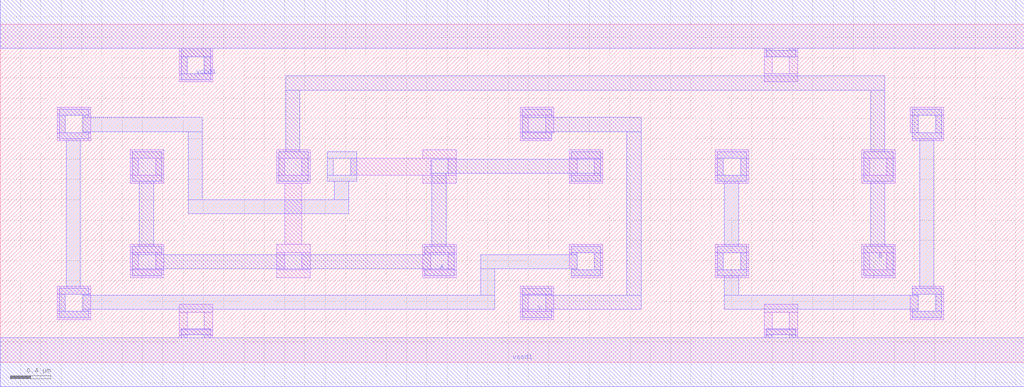
<source format=lef>
VERSION 5.7 ;
  NOWIREEXTENSIONATPIN ON ;
  DIVIDERCHAR "/" ;
  BUSBITCHARS "[]" ;
MACRO XOR2X1
  CLASS CORE ;
  FOREIGN XOR2X1 ;
  ORIGIN 0.000 0.000 ;
  SIZE 10.080 BY 3.330 ;
  SYMMETRY X Y R90 ;
  SITE unit ;
  PIN vccd1
    DIRECTION INOUT ;
    USE POWER ;
    SHAPE ABUTMENT ;
    PORT
      LAYER met1 ;
        RECT 0.000 3.090 10.080 3.570 ;
        RECT 1.780 3.010 2.070 3.090 ;
        RECT 7.540 3.070 7.600 3.090 ;
        RECT 7.770 3.070 7.830 3.090 ;
        RECT 7.540 3.010 7.830 3.070 ;
        RECT 1.780 2.840 1.840 3.010 ;
        RECT 2.010 2.840 2.070 3.010 ;
        RECT 1.780 2.780 2.070 2.840 ;
    END
  END vccd1
  PIN vssd1
    DIRECTION INOUT ;
    USE GROUND ;
    SHAPE ABUTMENT ;
    PORT
      LAYER met1 ;
        RECT 1.780 0.270 2.070 0.330 ;
        RECT 1.780 0.240 1.840 0.270 ;
        RECT 2.010 0.240 2.070 0.270 ;
        RECT 7.540 0.270 7.830 0.330 ;
        RECT 7.540 0.240 7.600 0.270 ;
        RECT 7.770 0.240 7.830 0.270 ;
        RECT 0.000 -0.240 10.080 0.240 ;
    END
  END vssd1
  PIN Y
    DIRECTION INOUT ;
    USE SIGNAL ;
    SHAPE ABUTMENT ;
    PORT
      LAYER met1 ;
        RECT 5.140 2.410 5.430 2.490 ;
        RECT 5.140 2.270 6.310 2.410 ;
        RECT 5.140 2.200 5.430 2.270 ;
        RECT 5.140 0.660 5.430 0.730 ;
        RECT 6.170 0.660 6.310 2.270 ;
        RECT 5.140 0.520 6.310 0.660 ;
        RECT 5.140 0.440 5.430 0.520 ;
    END
  END Y
  PIN A
    DIRECTION INOUT ;
    USE SIGNAL ;
    SHAPE ABUTMENT ;
    PORT
      LAYER met1 ;
        RECT 1.300 1.780 1.590 2.070 ;
        RECT 5.620 2.000 5.910 2.070 ;
        RECT 4.250 1.860 5.910 2.000 ;
        RECT 1.370 1.140 1.510 1.780 ;
        RECT 4.250 1.140 4.390 1.860 ;
        RECT 5.620 1.780 5.910 1.860 ;
        RECT 1.300 1.060 1.590 1.140 ;
        RECT 4.180 1.060 4.470 1.140 ;
        RECT 1.300 0.920 4.470 1.060 ;
        RECT 1.300 0.850 1.590 0.920 ;
        RECT 4.180 0.850 4.470 0.920 ;
    END
  END A
  PIN B
    DIRECTION INOUT ;
    USE SIGNAL ;
    SHAPE ABUTMENT ;
    PORT
      LAYER met1 ;
        RECT 2.810 2.680 8.710 2.820 ;
        RECT 2.810 2.070 2.950 2.680 ;
        RECT 8.570 2.070 8.710 2.680 ;
        RECT 2.740 1.780 3.030 2.070 ;
        RECT 8.500 1.780 8.790 2.070 ;
        RECT 8.570 1.140 8.710 1.780 ;
        RECT 8.500 0.850 8.790 1.140 ;
    END
  END B
  OBS
      LAYER li1 ;
        RECT 1.760 3.010 2.090 3.090 ;
        RECT 1.760 2.840 1.840 3.010 ;
        RECT 2.010 2.840 2.090 3.010 ;
        RECT 1.760 2.760 2.090 2.840 ;
        RECT 7.520 3.070 7.600 3.090 ;
        RECT 7.770 3.070 7.850 3.090 ;
        RECT 7.520 3.010 7.850 3.070 ;
        RECT 7.520 2.840 7.600 3.010 ;
        RECT 7.770 2.840 7.850 3.010 ;
        RECT 7.520 2.760 7.850 2.840 ;
        RECT 0.560 2.430 0.890 2.510 ;
        RECT 0.560 2.260 0.640 2.430 ;
        RECT 0.810 2.260 0.890 2.430 ;
        RECT 0.560 2.180 0.890 2.260 ;
        RECT 5.120 2.430 5.450 2.510 ;
        RECT 5.120 2.260 5.200 2.430 ;
        RECT 5.370 2.260 5.450 2.430 ;
        RECT 8.960 2.430 9.290 2.510 ;
        RECT 8.960 2.260 9.040 2.430 ;
        RECT 9.210 2.260 9.290 2.430 ;
        RECT 5.120 2.180 5.430 2.260 ;
        RECT 8.980 2.180 9.290 2.260 ;
        RECT 1.280 2.010 1.610 2.090 ;
        RECT 1.280 1.840 1.360 2.010 ;
        RECT 1.530 1.840 1.610 2.010 ;
        RECT 1.280 1.760 1.610 1.840 ;
        RECT 2.720 2.010 3.050 2.090 ;
        RECT 4.160 2.010 4.490 2.090 ;
        RECT 2.720 1.840 2.800 2.010 ;
        RECT 2.970 1.840 3.050 2.010 ;
        RECT 3.450 1.840 4.240 2.010 ;
        RECT 4.410 1.840 4.490 2.010 ;
        RECT 2.720 1.760 3.050 1.840 ;
        RECT 4.160 1.760 4.490 1.840 ;
        RECT 5.600 2.010 5.930 2.090 ;
        RECT 5.600 1.840 5.680 2.010 ;
        RECT 5.850 1.840 5.930 2.010 ;
        RECT 5.600 1.760 5.930 1.840 ;
        RECT 7.040 2.010 7.370 2.090 ;
        RECT 7.040 1.840 7.120 2.010 ;
        RECT 7.290 1.840 7.370 2.010 ;
        RECT 7.040 1.760 7.370 1.840 ;
        RECT 8.480 2.010 8.810 2.090 ;
        RECT 8.480 1.840 8.560 2.010 ;
        RECT 8.730 1.840 8.810 2.010 ;
        RECT 8.480 1.760 8.810 1.840 ;
        RECT 2.800 1.160 2.970 1.760 ;
        RECT 1.280 1.080 1.610 1.160 ;
        RECT 1.280 0.910 1.360 1.080 ;
        RECT 1.530 0.910 1.610 1.080 ;
        RECT 1.280 0.830 1.610 0.910 ;
        RECT 2.720 1.080 3.050 1.160 ;
        RECT 2.720 0.910 2.800 1.080 ;
        RECT 2.970 0.910 3.050 1.080 ;
        RECT 2.720 0.830 3.050 0.910 ;
        RECT 4.160 1.080 4.490 1.160 ;
        RECT 4.160 0.910 4.240 1.080 ;
        RECT 4.410 0.910 4.490 1.080 ;
        RECT 5.600 1.080 5.930 1.160 ;
        RECT 5.600 0.920 5.680 1.080 ;
        RECT 4.160 0.830 4.490 0.910 ;
        RECT 5.620 0.910 5.680 0.920 ;
        RECT 5.850 0.910 5.930 1.080 ;
        RECT 5.620 0.830 5.930 0.910 ;
        RECT 7.040 1.080 7.370 1.160 ;
        RECT 7.040 0.910 7.120 1.080 ;
        RECT 7.290 0.910 7.370 1.080 ;
        RECT 7.040 0.830 7.370 0.910 ;
        RECT 8.480 1.080 8.810 1.160 ;
        RECT 8.480 0.910 8.560 1.080 ;
        RECT 8.730 0.910 8.810 1.080 ;
        RECT 8.480 0.830 8.810 0.910 ;
        RECT 0.560 0.670 0.890 0.750 ;
        RECT 0.560 0.500 0.640 0.670 ;
        RECT 0.810 0.500 0.890 0.670 ;
        RECT 5.120 0.670 5.450 0.750 ;
        RECT 0.560 0.420 0.890 0.500 ;
        RECT 1.760 0.490 2.090 0.570 ;
        RECT 1.760 0.320 1.840 0.490 ;
        RECT 2.010 0.320 2.090 0.490 ;
        RECT 5.120 0.500 5.200 0.670 ;
        RECT 5.370 0.500 5.450 0.670 ;
        RECT 8.980 0.670 9.290 0.750 ;
        RECT 8.980 0.660 9.040 0.670 ;
        RECT 5.120 0.420 5.450 0.500 ;
        RECT 7.520 0.490 7.850 0.570 ;
        RECT 1.760 0.270 2.090 0.320 ;
        RECT 1.760 0.240 1.840 0.270 ;
        RECT 2.010 0.240 2.090 0.270 ;
        RECT 7.520 0.320 7.600 0.490 ;
        RECT 7.770 0.320 7.850 0.490 ;
        RECT 8.960 0.500 9.040 0.660 ;
        RECT 9.210 0.500 9.290 0.670 ;
        RECT 8.960 0.420 9.290 0.500 ;
        RECT 7.520 0.270 7.850 0.320 ;
        RECT 7.520 0.240 7.600 0.270 ;
        RECT 7.770 0.240 7.850 0.270 ;
      LAYER met1 ;
        RECT 0.580 2.430 0.870 2.490 ;
        RECT 0.580 2.260 0.640 2.430 ;
        RECT 0.810 2.410 0.870 2.430 ;
        RECT 8.980 2.430 9.270 2.490 ;
        RECT 0.810 2.270 1.990 2.410 ;
        RECT 0.810 2.260 0.870 2.270 ;
        RECT 0.580 2.200 0.870 2.260 ;
        RECT 0.650 0.730 0.790 2.200 ;
        RECT 1.850 1.600 1.990 2.270 ;
        RECT 8.980 2.260 9.040 2.430 ;
        RECT 9.210 2.260 9.270 2.430 ;
        RECT 8.980 2.200 9.270 2.260 ;
        RECT 3.220 2.010 3.510 2.070 ;
        RECT 3.220 1.840 3.280 2.010 ;
        RECT 3.450 1.840 3.510 2.010 ;
        RECT 3.220 1.780 3.510 1.840 ;
        RECT 7.060 2.010 7.350 2.070 ;
        RECT 7.060 1.840 7.120 2.010 ;
        RECT 7.290 1.840 7.350 2.010 ;
        RECT 7.060 1.780 7.350 1.840 ;
        RECT 3.290 1.600 3.430 1.780 ;
        RECT 1.850 1.460 3.430 1.600 ;
        RECT 7.130 1.140 7.270 1.780 ;
        RECT 5.620 1.080 5.910 1.140 ;
        RECT 5.620 1.060 5.680 1.080 ;
        RECT 4.730 0.920 5.680 1.060 ;
        RECT 0.580 0.670 0.870 0.730 ;
        RECT 0.580 0.500 0.640 0.670 ;
        RECT 0.810 0.660 0.870 0.670 ;
        RECT 4.730 0.660 4.870 0.920 ;
        RECT 5.620 0.910 5.680 0.920 ;
        RECT 5.850 0.910 5.910 1.080 ;
        RECT 5.620 0.850 5.910 0.910 ;
        RECT 7.060 1.080 7.350 1.140 ;
        RECT 7.060 0.910 7.120 1.080 ;
        RECT 7.290 0.910 7.350 1.080 ;
        RECT 7.060 0.850 7.350 0.910 ;
        RECT 0.810 0.520 4.870 0.660 ;
        RECT 7.130 0.660 7.270 0.850 ;
        RECT 9.050 0.730 9.190 2.200 ;
        RECT 8.980 0.670 9.270 0.730 ;
        RECT 8.980 0.660 9.040 0.670 ;
        RECT 7.130 0.520 9.040 0.660 ;
        RECT 0.810 0.500 0.870 0.520 ;
        RECT 0.580 0.440 0.870 0.500 ;
        RECT 8.980 0.500 9.040 0.520 ;
        RECT 9.210 0.500 9.270 0.670 ;
        RECT 8.980 0.440 9.270 0.500 ;
  END
END XOR2X1
END LIBRARY


</source>
